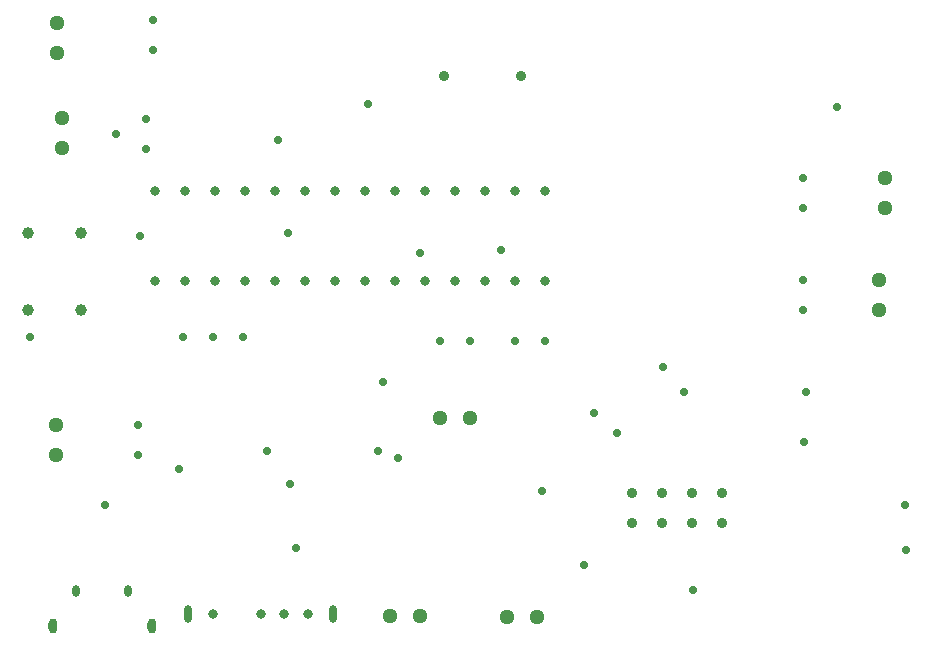
<source format=gbr>
%TF.GenerationSoftware,Altium Limited,Altium Designer,24.10.1 (45)*%
G04 Layer_Color=0*
%FSLAX25Y25*%
%MOIN*%
%TF.SameCoordinates,9950C81B-CD0A-4F44-AB06-5448DEDD42A1*%
%TF.FilePolarity,Positive*%
%TF.FileFunction,Plated,1,2,PTH,Drill*%
%TF.Part,Single*%
G01*
G75*
%TA.AperFunction,ComponentDrill*%
%ADD63C,0.05100*%
%ADD64C,0.02800*%
%ADD65C,0.05100*%
%ADD66C,0.03200*%
%ADD67C,0.02800*%
%ADD68O,0.02756X0.05906*%
%ADD69C,0.03150*%
%ADD70C,0.03900*%
%ADD71C,0.03600*%
%ADD72O,0.02600X0.04000*%
%ADD73O,0.03000X0.05000*%
%ADD74C,0.03500*%
%TA.AperFunction,ViaDrill,NotFilled*%
%ADD75C,0.02800*%
D63*
X275000Y133500D02*
D03*
X265000D02*
D03*
X236000Y134000D02*
D03*
X226000D02*
D03*
X242500Y200000D02*
D03*
X252500D02*
D03*
D64*
X147000Y332500D02*
D03*
Y322500D02*
D03*
X144500Y299500D02*
D03*
Y289500D02*
D03*
X142000Y197500D02*
D03*
Y187500D02*
D03*
X363500Y246000D02*
D03*
Y236000D02*
D03*
Y280000D02*
D03*
Y270000D02*
D03*
D65*
X391000D02*
D03*
Y280000D02*
D03*
X116500Y290000D02*
D03*
Y300000D02*
D03*
X114500Y197500D02*
D03*
Y187500D02*
D03*
X389000Y236000D02*
D03*
Y246000D02*
D03*
X115000Y321500D02*
D03*
Y331500D02*
D03*
D66*
X277500Y275500D02*
D03*
X267500D02*
D03*
X257500D02*
D03*
X247500D02*
D03*
X237500D02*
D03*
X227500D02*
D03*
X217500D02*
D03*
X207500D02*
D03*
X197500D02*
D03*
X187500D02*
D03*
X177500D02*
D03*
X167500D02*
D03*
X157500D02*
D03*
X147500D02*
D03*
Y245500D02*
D03*
X157500D02*
D03*
X167500D02*
D03*
X177500D02*
D03*
X187500D02*
D03*
X197500D02*
D03*
X207500D02*
D03*
X217500D02*
D03*
X227500D02*
D03*
X237500D02*
D03*
X247500D02*
D03*
X257500D02*
D03*
X267500D02*
D03*
X277500D02*
D03*
D67*
X177050Y227000D02*
D03*
X167050D02*
D03*
X157050D02*
D03*
X252500Y225500D02*
D03*
X242500D02*
D03*
X267500D02*
D03*
X277500D02*
D03*
D68*
X158575Y134500D02*
D03*
X207000D02*
D03*
D69*
X182787D02*
D03*
X190661D02*
D03*
X198535D02*
D03*
X167039D02*
D03*
D70*
X105283Y236000D02*
D03*
X123000D02*
D03*
Y261591D02*
D03*
X105283D02*
D03*
D71*
X243910Y314000D02*
D03*
X269500D02*
D03*
D72*
X121240Y142311D02*
D03*
X138760D02*
D03*
D73*
X146437Y130500D02*
D03*
X113563D02*
D03*
D74*
X336500Y165000D02*
D03*
X326500D02*
D03*
X316500D02*
D03*
X306500D02*
D03*
Y175000D02*
D03*
X316500D02*
D03*
X336500D02*
D03*
X326500D02*
D03*
D75*
X134500Y294500D02*
D03*
X185000Y189000D02*
D03*
X192000Y261500D02*
D03*
X106000Y227000D02*
D03*
X194500Y156500D02*
D03*
X222000Y189000D02*
D03*
X228500Y186500D02*
D03*
X375000Y303500D02*
D03*
X218500Y304500D02*
D03*
X188500Y292500D02*
D03*
X142500Y260500D02*
D03*
X192500Y178000D02*
D03*
X155500Y183000D02*
D03*
X131000Y171000D02*
D03*
X290500Y151000D02*
D03*
X398000Y156000D02*
D03*
X397500Y171000D02*
D03*
X364000Y192000D02*
D03*
X324000Y208500D02*
D03*
X301500Y195000D02*
D03*
X364500Y208500D02*
D03*
X317000Y217000D02*
D03*
X294000Y201500D02*
D03*
X236000Y255000D02*
D03*
X263000Y256000D02*
D03*
X223500Y212000D02*
D03*
X327000Y142500D02*
D03*
X276500Y175500D02*
D03*
%TF.MD5,549d839af6a721cf65fbc7f57966fc12*%
M02*

</source>
